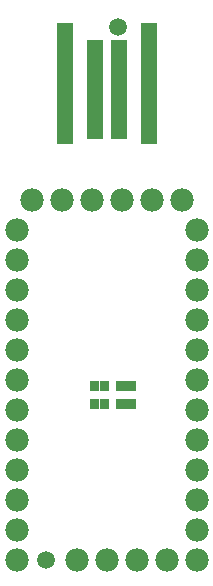
<source format=gbs>
G04 Layer: BottomSolderMaskLayer*
G04 EasyEDA v6.3.22, 2020-03-24T16:00:13+09:00*
G04 d7f5250073f14fcc9ce3ff4b1d3fcb3e,67344a67363949849f01d11c0c7cf016,10*
G04 Gerber Generator version 0.2*
G04 Scale: 100 percent, Rotated: No, Reflected: No *
G04 Dimensions in inches *
G04 leading zeros omitted , absolute positions ,2 integer and 4 decimal *
%FSLAX24Y24*%
%MOIN*%
G90*
G70D02*

%ADD40C,0.078000*%
%ADD41C,0.059400*%

%LPD*%
G54D40*
G01X999Y12500D03*
G01X499Y11500D03*
G01X499Y10500D03*
G01X499Y9500D03*
G01X499Y8500D03*
G01X499Y7500D03*
G01X499Y6500D03*
G01X499Y5500D03*
G01X499Y4500D03*
G01X499Y3500D03*
G01X499Y2500D03*
G01X499Y1500D03*
G01X499Y500D03*
G01X1999Y12500D03*
G01X2999Y12500D03*
G01X3999Y12500D03*
G01X4999Y12500D03*
G01X5999Y12500D03*
G01X6499Y11500D03*
G01X6499Y10500D03*
G01X6499Y9500D03*
G01X6499Y8500D03*
G01X6499Y7500D03*
G01X6499Y6500D03*
G01X6499Y5500D03*
G01X6499Y4500D03*
G01X6499Y3500D03*
G01X6499Y2500D03*
G01X6499Y1500D03*
G01X6499Y500D03*
G01X5499Y500D03*
G01X4499Y500D03*
G01X3499Y500D03*
G01X2499Y500D03*
G54D41*
G01X3869Y18269D03*
G01X1489Y500D03*
G36*
G01X1828Y14392D02*
G01X1828Y18407D01*
G01X2379Y18407D01*
G01X2379Y14392D01*
G01X1828Y14392D01*
G37*
G36*
G01X2823Y14561D02*
G01X2823Y17838D01*
G01X3375Y17838D01*
G01X3375Y14561D01*
G01X2823Y14561D01*
G37*
G36*
G01X3623Y14561D02*
G01X3623Y17838D01*
G01X4175Y17838D01*
G01X4175Y14561D01*
G01X3623Y14561D01*
G37*
G36*
G01X4631Y14392D02*
G01X4631Y18407D01*
G01X5182Y18407D01*
G01X5182Y14392D01*
G01X4631Y14392D01*
G37*
G36*
G01X4142Y6132D02*
G01X4142Y6467D01*
G01X4458Y6467D01*
G01X4458Y6132D01*
G01X4142Y6132D01*
G37*
G36*
G01X3808Y6132D02*
G01X3808Y6467D01*
G01X4124Y6467D01*
G01X4124Y6132D01*
G01X3808Y6132D01*
G37*
G36*
G01X3258Y5532D02*
G01X3258Y5867D01*
G01X3574Y5867D01*
G01X3574Y5532D01*
G01X3258Y5532D01*
G37*
G36*
G01X2924Y5532D02*
G01X2924Y5867D01*
G01X3240Y5867D01*
G01X3240Y5532D01*
G01X2924Y5532D01*
G37*
G36*
G01X4142Y5532D02*
G01X4142Y5867D01*
G01X4458Y5867D01*
G01X4458Y5532D01*
G01X4142Y5532D01*
G37*
G36*
G01X3808Y5532D02*
G01X3808Y5867D01*
G01X4124Y5867D01*
G01X4124Y5532D01*
G01X3808Y5532D01*
G37*
G36*
G01X3258Y6132D02*
G01X3258Y6467D01*
G01X3574Y6467D01*
G01X3574Y6132D01*
G01X3258Y6132D01*
G37*
G36*
G01X2924Y6132D02*
G01X2924Y6467D01*
G01X3240Y6467D01*
G01X3240Y6132D01*
G01X2924Y6132D01*
G37*
M00*
M02*

</source>
